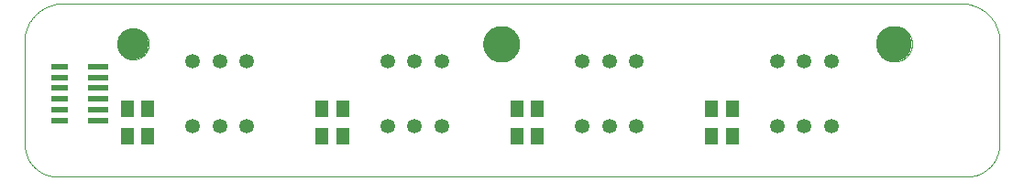
<source format=gbs>
G75*
%MOIN*%
%OFA0B0*%
%FSLAX25Y25*%
%IPPOS*%
%LPD*%
%AMOC8*
5,1,8,0,0,1.08239X$1,22.5*
%
%ADD10C,0.00000*%
%ADD11C,0.12992*%
%ADD12C,0.11417*%
%ADD13R,0.05118X0.05906*%
%ADD14R,0.07480X0.02362*%
%ADD15R,0.06496X0.02362*%
%ADD16C,0.05315*%
D10*
X0021079Y0005938D02*
X0351787Y0005938D01*
X0352072Y0005941D01*
X0352358Y0005952D01*
X0352643Y0005969D01*
X0352927Y0005993D01*
X0353211Y0006024D01*
X0353494Y0006062D01*
X0353775Y0006107D01*
X0354056Y0006158D01*
X0354336Y0006216D01*
X0354614Y0006281D01*
X0354890Y0006353D01*
X0355164Y0006431D01*
X0355437Y0006516D01*
X0355707Y0006608D01*
X0355975Y0006706D01*
X0356241Y0006810D01*
X0356504Y0006921D01*
X0356764Y0007038D01*
X0357022Y0007161D01*
X0357276Y0007291D01*
X0357527Y0007427D01*
X0357775Y0007568D01*
X0358019Y0007716D01*
X0358260Y0007869D01*
X0358496Y0008029D01*
X0358729Y0008194D01*
X0358958Y0008364D01*
X0359183Y0008540D01*
X0359403Y0008722D01*
X0359619Y0008908D01*
X0359830Y0009100D01*
X0360037Y0009297D01*
X0360239Y0009499D01*
X0360436Y0009706D01*
X0360628Y0009917D01*
X0360814Y0010133D01*
X0360996Y0010353D01*
X0361172Y0010578D01*
X0361342Y0010807D01*
X0361507Y0011040D01*
X0361667Y0011276D01*
X0361820Y0011517D01*
X0361968Y0011761D01*
X0362109Y0012009D01*
X0362245Y0012260D01*
X0362375Y0012514D01*
X0362498Y0012772D01*
X0362615Y0013032D01*
X0362726Y0013295D01*
X0362830Y0013561D01*
X0362928Y0013829D01*
X0363020Y0014099D01*
X0363105Y0014372D01*
X0363183Y0014646D01*
X0363255Y0014922D01*
X0363320Y0015200D01*
X0363378Y0015480D01*
X0363429Y0015761D01*
X0363474Y0016042D01*
X0363512Y0016325D01*
X0363543Y0016609D01*
X0363567Y0016893D01*
X0363584Y0017178D01*
X0363595Y0017464D01*
X0363598Y0017749D01*
X0363598Y0053182D01*
X0363598Y0053183D02*
X0363642Y0053516D01*
X0363677Y0053851D01*
X0363704Y0054186D01*
X0363724Y0054522D01*
X0363735Y0054858D01*
X0363738Y0055194D01*
X0363733Y0055530D01*
X0363720Y0055867D01*
X0363698Y0056202D01*
X0363669Y0056537D01*
X0363631Y0056872D01*
X0363586Y0057205D01*
X0363532Y0057537D01*
X0363470Y0057868D01*
X0363401Y0058197D01*
X0363323Y0058524D01*
X0363238Y0058849D01*
X0363144Y0059172D01*
X0363043Y0059493D01*
X0362935Y0059811D01*
X0362818Y0060127D01*
X0362694Y0060440D01*
X0362563Y0060749D01*
X0362424Y0061056D01*
X0362277Y0061358D01*
X0362124Y0061658D01*
X0361963Y0061953D01*
X0361795Y0062245D01*
X0361620Y0062532D01*
X0361438Y0062815D01*
X0361250Y0063093D01*
X0361054Y0063367D01*
X0360852Y0063636D01*
X0360644Y0063900D01*
X0360430Y0064159D01*
X0360209Y0064413D01*
X0359982Y0064662D01*
X0359749Y0064904D01*
X0359511Y0065142D01*
X0359266Y0065373D01*
X0359017Y0065598D01*
X0358762Y0065817D01*
X0358501Y0066030D01*
X0358236Y0066237D01*
X0357965Y0066437D01*
X0357690Y0066631D01*
X0357411Y0066817D01*
X0357127Y0066997D01*
X0356838Y0067171D01*
X0356546Y0067337D01*
X0356249Y0067496D01*
X0355949Y0067647D01*
X0355645Y0067792D01*
X0355338Y0067929D01*
X0355028Y0068059D01*
X0354714Y0068181D01*
X0354398Y0068295D01*
X0354079Y0068402D01*
X0353758Y0068501D01*
X0353434Y0068592D01*
X0353108Y0068676D01*
X0352780Y0068751D01*
X0352451Y0068819D01*
X0352120Y0068879D01*
X0351787Y0068930D01*
X0021079Y0068930D01*
X0020746Y0068879D01*
X0020415Y0068819D01*
X0020086Y0068751D01*
X0019758Y0068676D01*
X0019432Y0068592D01*
X0019108Y0068501D01*
X0018787Y0068402D01*
X0018468Y0068295D01*
X0018152Y0068181D01*
X0017838Y0068059D01*
X0017528Y0067929D01*
X0017221Y0067792D01*
X0016917Y0067647D01*
X0016617Y0067496D01*
X0016320Y0067337D01*
X0016028Y0067171D01*
X0015739Y0066997D01*
X0015455Y0066817D01*
X0015176Y0066631D01*
X0014901Y0066437D01*
X0014630Y0066237D01*
X0014365Y0066030D01*
X0014104Y0065817D01*
X0013849Y0065598D01*
X0013600Y0065373D01*
X0013355Y0065142D01*
X0013117Y0064904D01*
X0012884Y0064662D01*
X0012657Y0064413D01*
X0012436Y0064159D01*
X0012222Y0063900D01*
X0012014Y0063636D01*
X0011812Y0063367D01*
X0011616Y0063093D01*
X0011428Y0062815D01*
X0011246Y0062532D01*
X0011071Y0062245D01*
X0010903Y0061953D01*
X0010742Y0061658D01*
X0010589Y0061358D01*
X0010442Y0061056D01*
X0010303Y0060749D01*
X0010172Y0060440D01*
X0010048Y0060127D01*
X0009931Y0059811D01*
X0009823Y0059493D01*
X0009722Y0059172D01*
X0009628Y0058849D01*
X0009543Y0058524D01*
X0009465Y0058197D01*
X0009396Y0057868D01*
X0009334Y0057537D01*
X0009280Y0057205D01*
X0009235Y0056872D01*
X0009197Y0056537D01*
X0009168Y0056202D01*
X0009146Y0055867D01*
X0009133Y0055530D01*
X0009128Y0055194D01*
X0009131Y0054858D01*
X0009142Y0054522D01*
X0009162Y0054186D01*
X0009189Y0053851D01*
X0009224Y0053516D01*
X0009268Y0053183D01*
X0009268Y0053182D02*
X0009268Y0017749D01*
X0009271Y0017464D01*
X0009282Y0017178D01*
X0009299Y0016893D01*
X0009323Y0016609D01*
X0009354Y0016325D01*
X0009392Y0016042D01*
X0009437Y0015761D01*
X0009488Y0015480D01*
X0009546Y0015200D01*
X0009611Y0014922D01*
X0009683Y0014646D01*
X0009761Y0014372D01*
X0009846Y0014099D01*
X0009938Y0013829D01*
X0010036Y0013561D01*
X0010140Y0013295D01*
X0010251Y0013032D01*
X0010368Y0012772D01*
X0010491Y0012514D01*
X0010621Y0012260D01*
X0010757Y0012009D01*
X0010898Y0011761D01*
X0011046Y0011517D01*
X0011199Y0011276D01*
X0011359Y0011040D01*
X0011524Y0010807D01*
X0011694Y0010578D01*
X0011870Y0010353D01*
X0012052Y0010133D01*
X0012238Y0009917D01*
X0012430Y0009706D01*
X0012627Y0009499D01*
X0012829Y0009297D01*
X0013036Y0009100D01*
X0013247Y0008908D01*
X0013463Y0008722D01*
X0013683Y0008540D01*
X0013908Y0008364D01*
X0014137Y0008194D01*
X0014370Y0008029D01*
X0014606Y0007869D01*
X0014847Y0007716D01*
X0015091Y0007568D01*
X0015339Y0007427D01*
X0015590Y0007291D01*
X0015844Y0007161D01*
X0016102Y0007038D01*
X0016362Y0006921D01*
X0016625Y0006810D01*
X0016891Y0006706D01*
X0017159Y0006608D01*
X0017429Y0006516D01*
X0017702Y0006431D01*
X0017976Y0006353D01*
X0018252Y0006281D01*
X0018530Y0006216D01*
X0018810Y0006158D01*
X0019091Y0006107D01*
X0019372Y0006062D01*
X0019655Y0006024D01*
X0019939Y0005993D01*
X0020223Y0005969D01*
X0020508Y0005952D01*
X0020794Y0005941D01*
X0021079Y0005938D01*
X0042929Y0054363D02*
X0042931Y0054514D01*
X0042937Y0054664D01*
X0042947Y0054815D01*
X0042961Y0054965D01*
X0042979Y0055114D01*
X0043000Y0055264D01*
X0043026Y0055412D01*
X0043056Y0055560D01*
X0043089Y0055707D01*
X0043127Y0055853D01*
X0043168Y0055998D01*
X0043213Y0056142D01*
X0043262Y0056284D01*
X0043315Y0056425D01*
X0043371Y0056565D01*
X0043431Y0056703D01*
X0043494Y0056840D01*
X0043562Y0056975D01*
X0043632Y0057108D01*
X0043706Y0057239D01*
X0043784Y0057368D01*
X0043865Y0057495D01*
X0043949Y0057620D01*
X0044037Y0057743D01*
X0044128Y0057863D01*
X0044222Y0057981D01*
X0044319Y0058096D01*
X0044419Y0058209D01*
X0044522Y0058319D01*
X0044628Y0058426D01*
X0044737Y0058531D01*
X0044848Y0058632D01*
X0044962Y0058731D01*
X0045078Y0058826D01*
X0045198Y0058919D01*
X0045319Y0059008D01*
X0045443Y0059094D01*
X0045569Y0059177D01*
X0045697Y0059256D01*
X0045827Y0059332D01*
X0045959Y0059405D01*
X0046093Y0059473D01*
X0046229Y0059539D01*
X0046367Y0059601D01*
X0046506Y0059659D01*
X0046646Y0059713D01*
X0046788Y0059764D01*
X0046931Y0059811D01*
X0047076Y0059854D01*
X0047221Y0059893D01*
X0047368Y0059929D01*
X0047515Y0059960D01*
X0047663Y0059988D01*
X0047812Y0060012D01*
X0047961Y0060032D01*
X0048111Y0060048D01*
X0048261Y0060060D01*
X0048412Y0060068D01*
X0048563Y0060072D01*
X0048713Y0060072D01*
X0048864Y0060068D01*
X0049015Y0060060D01*
X0049165Y0060048D01*
X0049315Y0060032D01*
X0049464Y0060012D01*
X0049613Y0059988D01*
X0049761Y0059960D01*
X0049908Y0059929D01*
X0050055Y0059893D01*
X0050200Y0059854D01*
X0050345Y0059811D01*
X0050488Y0059764D01*
X0050630Y0059713D01*
X0050770Y0059659D01*
X0050909Y0059601D01*
X0051047Y0059539D01*
X0051183Y0059473D01*
X0051317Y0059405D01*
X0051449Y0059332D01*
X0051579Y0059256D01*
X0051707Y0059177D01*
X0051833Y0059094D01*
X0051957Y0059008D01*
X0052078Y0058919D01*
X0052198Y0058826D01*
X0052314Y0058731D01*
X0052428Y0058632D01*
X0052539Y0058531D01*
X0052648Y0058426D01*
X0052754Y0058319D01*
X0052857Y0058209D01*
X0052957Y0058096D01*
X0053054Y0057981D01*
X0053148Y0057863D01*
X0053239Y0057743D01*
X0053327Y0057620D01*
X0053411Y0057495D01*
X0053492Y0057368D01*
X0053570Y0057239D01*
X0053644Y0057108D01*
X0053714Y0056975D01*
X0053782Y0056840D01*
X0053845Y0056703D01*
X0053905Y0056565D01*
X0053961Y0056425D01*
X0054014Y0056284D01*
X0054063Y0056142D01*
X0054108Y0055998D01*
X0054149Y0055853D01*
X0054187Y0055707D01*
X0054220Y0055560D01*
X0054250Y0055412D01*
X0054276Y0055264D01*
X0054297Y0055114D01*
X0054315Y0054965D01*
X0054329Y0054815D01*
X0054339Y0054664D01*
X0054345Y0054514D01*
X0054347Y0054363D01*
X0054345Y0054212D01*
X0054339Y0054062D01*
X0054329Y0053911D01*
X0054315Y0053761D01*
X0054297Y0053612D01*
X0054276Y0053462D01*
X0054250Y0053314D01*
X0054220Y0053166D01*
X0054187Y0053019D01*
X0054149Y0052873D01*
X0054108Y0052728D01*
X0054063Y0052584D01*
X0054014Y0052442D01*
X0053961Y0052301D01*
X0053905Y0052161D01*
X0053845Y0052023D01*
X0053782Y0051886D01*
X0053714Y0051751D01*
X0053644Y0051618D01*
X0053570Y0051487D01*
X0053492Y0051358D01*
X0053411Y0051231D01*
X0053327Y0051106D01*
X0053239Y0050983D01*
X0053148Y0050863D01*
X0053054Y0050745D01*
X0052957Y0050630D01*
X0052857Y0050517D01*
X0052754Y0050407D01*
X0052648Y0050300D01*
X0052539Y0050195D01*
X0052428Y0050094D01*
X0052314Y0049995D01*
X0052198Y0049900D01*
X0052078Y0049807D01*
X0051957Y0049718D01*
X0051833Y0049632D01*
X0051707Y0049549D01*
X0051579Y0049470D01*
X0051449Y0049394D01*
X0051317Y0049321D01*
X0051183Y0049253D01*
X0051047Y0049187D01*
X0050909Y0049125D01*
X0050770Y0049067D01*
X0050630Y0049013D01*
X0050488Y0048962D01*
X0050345Y0048915D01*
X0050200Y0048872D01*
X0050055Y0048833D01*
X0049908Y0048797D01*
X0049761Y0048766D01*
X0049613Y0048738D01*
X0049464Y0048714D01*
X0049315Y0048694D01*
X0049165Y0048678D01*
X0049015Y0048666D01*
X0048864Y0048658D01*
X0048713Y0048654D01*
X0048563Y0048654D01*
X0048412Y0048658D01*
X0048261Y0048666D01*
X0048111Y0048678D01*
X0047961Y0048694D01*
X0047812Y0048714D01*
X0047663Y0048738D01*
X0047515Y0048766D01*
X0047368Y0048797D01*
X0047221Y0048833D01*
X0047076Y0048872D01*
X0046931Y0048915D01*
X0046788Y0048962D01*
X0046646Y0049013D01*
X0046506Y0049067D01*
X0046367Y0049125D01*
X0046229Y0049187D01*
X0046093Y0049253D01*
X0045959Y0049321D01*
X0045827Y0049394D01*
X0045697Y0049470D01*
X0045569Y0049549D01*
X0045443Y0049632D01*
X0045319Y0049718D01*
X0045198Y0049807D01*
X0045078Y0049900D01*
X0044962Y0049995D01*
X0044848Y0050094D01*
X0044737Y0050195D01*
X0044628Y0050300D01*
X0044522Y0050407D01*
X0044419Y0050517D01*
X0044319Y0050630D01*
X0044222Y0050745D01*
X0044128Y0050863D01*
X0044037Y0050983D01*
X0043949Y0051106D01*
X0043865Y0051231D01*
X0043784Y0051358D01*
X0043706Y0051487D01*
X0043632Y0051618D01*
X0043562Y0051751D01*
X0043494Y0051886D01*
X0043431Y0052023D01*
X0043371Y0052161D01*
X0043315Y0052301D01*
X0043262Y0052442D01*
X0043213Y0052584D01*
X0043168Y0052728D01*
X0043127Y0052873D01*
X0043089Y0053019D01*
X0043056Y0053166D01*
X0043026Y0053314D01*
X0043000Y0053462D01*
X0042979Y0053612D01*
X0042961Y0053761D01*
X0042947Y0053911D01*
X0042937Y0054062D01*
X0042931Y0054212D01*
X0042929Y0054363D01*
X0176000Y0054363D02*
X0176002Y0054524D01*
X0176008Y0054684D01*
X0176018Y0054845D01*
X0176032Y0055005D01*
X0176050Y0055164D01*
X0176071Y0055324D01*
X0176097Y0055482D01*
X0176127Y0055640D01*
X0176160Y0055797D01*
X0176198Y0055954D01*
X0176239Y0056109D01*
X0176284Y0056263D01*
X0176333Y0056416D01*
X0176386Y0056568D01*
X0176442Y0056718D01*
X0176502Y0056867D01*
X0176566Y0057015D01*
X0176633Y0057161D01*
X0176704Y0057305D01*
X0176779Y0057447D01*
X0176857Y0057588D01*
X0176938Y0057726D01*
X0177023Y0057863D01*
X0177112Y0057997D01*
X0177203Y0058129D01*
X0177298Y0058259D01*
X0177396Y0058386D01*
X0177497Y0058511D01*
X0177601Y0058634D01*
X0177708Y0058753D01*
X0177818Y0058870D01*
X0177931Y0058985D01*
X0178047Y0059096D01*
X0178165Y0059205D01*
X0178286Y0059310D01*
X0178410Y0059413D01*
X0178536Y0059513D01*
X0178665Y0059609D01*
X0178796Y0059702D01*
X0178929Y0059792D01*
X0179064Y0059879D01*
X0179202Y0059962D01*
X0179341Y0060041D01*
X0179483Y0060118D01*
X0179626Y0060191D01*
X0179771Y0060260D01*
X0179918Y0060325D01*
X0180066Y0060387D01*
X0180216Y0060446D01*
X0180367Y0060500D01*
X0180519Y0060551D01*
X0180673Y0060598D01*
X0180828Y0060641D01*
X0180983Y0060680D01*
X0181140Y0060716D01*
X0181298Y0060748D01*
X0181456Y0060775D01*
X0181615Y0060799D01*
X0181774Y0060819D01*
X0181934Y0060835D01*
X0182095Y0060847D01*
X0182255Y0060855D01*
X0182416Y0060859D01*
X0182576Y0060859D01*
X0182737Y0060855D01*
X0182897Y0060847D01*
X0183058Y0060835D01*
X0183218Y0060819D01*
X0183377Y0060799D01*
X0183536Y0060775D01*
X0183694Y0060748D01*
X0183852Y0060716D01*
X0184009Y0060680D01*
X0184164Y0060641D01*
X0184319Y0060598D01*
X0184473Y0060551D01*
X0184625Y0060500D01*
X0184776Y0060446D01*
X0184926Y0060387D01*
X0185074Y0060325D01*
X0185221Y0060260D01*
X0185366Y0060191D01*
X0185509Y0060118D01*
X0185651Y0060041D01*
X0185790Y0059962D01*
X0185928Y0059879D01*
X0186063Y0059792D01*
X0186196Y0059702D01*
X0186327Y0059609D01*
X0186456Y0059513D01*
X0186582Y0059413D01*
X0186706Y0059310D01*
X0186827Y0059205D01*
X0186945Y0059096D01*
X0187061Y0058985D01*
X0187174Y0058870D01*
X0187284Y0058753D01*
X0187391Y0058634D01*
X0187495Y0058511D01*
X0187596Y0058386D01*
X0187694Y0058259D01*
X0187789Y0058129D01*
X0187880Y0057997D01*
X0187969Y0057863D01*
X0188054Y0057726D01*
X0188135Y0057588D01*
X0188213Y0057447D01*
X0188288Y0057305D01*
X0188359Y0057161D01*
X0188426Y0057015D01*
X0188490Y0056867D01*
X0188550Y0056718D01*
X0188606Y0056568D01*
X0188659Y0056416D01*
X0188708Y0056263D01*
X0188753Y0056109D01*
X0188794Y0055954D01*
X0188832Y0055797D01*
X0188865Y0055640D01*
X0188895Y0055482D01*
X0188921Y0055324D01*
X0188942Y0055164D01*
X0188960Y0055005D01*
X0188974Y0054845D01*
X0188984Y0054684D01*
X0188990Y0054524D01*
X0188992Y0054363D01*
X0188990Y0054202D01*
X0188984Y0054042D01*
X0188974Y0053881D01*
X0188960Y0053721D01*
X0188942Y0053562D01*
X0188921Y0053402D01*
X0188895Y0053244D01*
X0188865Y0053086D01*
X0188832Y0052929D01*
X0188794Y0052772D01*
X0188753Y0052617D01*
X0188708Y0052463D01*
X0188659Y0052310D01*
X0188606Y0052158D01*
X0188550Y0052008D01*
X0188490Y0051859D01*
X0188426Y0051711D01*
X0188359Y0051565D01*
X0188288Y0051421D01*
X0188213Y0051279D01*
X0188135Y0051138D01*
X0188054Y0051000D01*
X0187969Y0050863D01*
X0187880Y0050729D01*
X0187789Y0050597D01*
X0187694Y0050467D01*
X0187596Y0050340D01*
X0187495Y0050215D01*
X0187391Y0050092D01*
X0187284Y0049973D01*
X0187174Y0049856D01*
X0187061Y0049741D01*
X0186945Y0049630D01*
X0186827Y0049521D01*
X0186706Y0049416D01*
X0186582Y0049313D01*
X0186456Y0049213D01*
X0186327Y0049117D01*
X0186196Y0049024D01*
X0186063Y0048934D01*
X0185928Y0048847D01*
X0185790Y0048764D01*
X0185651Y0048685D01*
X0185509Y0048608D01*
X0185366Y0048535D01*
X0185221Y0048466D01*
X0185074Y0048401D01*
X0184926Y0048339D01*
X0184776Y0048280D01*
X0184625Y0048226D01*
X0184473Y0048175D01*
X0184319Y0048128D01*
X0184164Y0048085D01*
X0184009Y0048046D01*
X0183852Y0048010D01*
X0183694Y0047978D01*
X0183536Y0047951D01*
X0183377Y0047927D01*
X0183218Y0047907D01*
X0183058Y0047891D01*
X0182897Y0047879D01*
X0182737Y0047871D01*
X0182576Y0047867D01*
X0182416Y0047867D01*
X0182255Y0047871D01*
X0182095Y0047879D01*
X0181934Y0047891D01*
X0181774Y0047907D01*
X0181615Y0047927D01*
X0181456Y0047951D01*
X0181298Y0047978D01*
X0181140Y0048010D01*
X0180983Y0048046D01*
X0180828Y0048085D01*
X0180673Y0048128D01*
X0180519Y0048175D01*
X0180367Y0048226D01*
X0180216Y0048280D01*
X0180066Y0048339D01*
X0179918Y0048401D01*
X0179771Y0048466D01*
X0179626Y0048535D01*
X0179483Y0048608D01*
X0179341Y0048685D01*
X0179202Y0048764D01*
X0179064Y0048847D01*
X0178929Y0048934D01*
X0178796Y0049024D01*
X0178665Y0049117D01*
X0178536Y0049213D01*
X0178410Y0049313D01*
X0178286Y0049416D01*
X0178165Y0049521D01*
X0178047Y0049630D01*
X0177931Y0049741D01*
X0177818Y0049856D01*
X0177708Y0049973D01*
X0177601Y0050092D01*
X0177497Y0050215D01*
X0177396Y0050340D01*
X0177298Y0050467D01*
X0177203Y0050597D01*
X0177112Y0050729D01*
X0177023Y0050863D01*
X0176938Y0051000D01*
X0176857Y0051138D01*
X0176779Y0051279D01*
X0176704Y0051421D01*
X0176633Y0051565D01*
X0176566Y0051711D01*
X0176502Y0051859D01*
X0176442Y0052008D01*
X0176386Y0052158D01*
X0176333Y0052310D01*
X0176284Y0052463D01*
X0176239Y0052617D01*
X0176198Y0052772D01*
X0176160Y0052929D01*
X0176127Y0053086D01*
X0176097Y0053244D01*
X0176071Y0053402D01*
X0176050Y0053562D01*
X0176032Y0053721D01*
X0176018Y0053881D01*
X0176008Y0054042D01*
X0176002Y0054202D01*
X0176000Y0054363D01*
X0318913Y0054363D02*
X0318915Y0054524D01*
X0318921Y0054684D01*
X0318931Y0054845D01*
X0318945Y0055005D01*
X0318963Y0055164D01*
X0318984Y0055324D01*
X0319010Y0055482D01*
X0319040Y0055640D01*
X0319073Y0055797D01*
X0319111Y0055954D01*
X0319152Y0056109D01*
X0319197Y0056263D01*
X0319246Y0056416D01*
X0319299Y0056568D01*
X0319355Y0056718D01*
X0319415Y0056867D01*
X0319479Y0057015D01*
X0319546Y0057161D01*
X0319617Y0057305D01*
X0319692Y0057447D01*
X0319770Y0057588D01*
X0319851Y0057726D01*
X0319936Y0057863D01*
X0320025Y0057997D01*
X0320116Y0058129D01*
X0320211Y0058259D01*
X0320309Y0058386D01*
X0320410Y0058511D01*
X0320514Y0058634D01*
X0320621Y0058753D01*
X0320731Y0058870D01*
X0320844Y0058985D01*
X0320960Y0059096D01*
X0321078Y0059205D01*
X0321199Y0059310D01*
X0321323Y0059413D01*
X0321449Y0059513D01*
X0321578Y0059609D01*
X0321709Y0059702D01*
X0321842Y0059792D01*
X0321977Y0059879D01*
X0322115Y0059962D01*
X0322254Y0060041D01*
X0322396Y0060118D01*
X0322539Y0060191D01*
X0322684Y0060260D01*
X0322831Y0060325D01*
X0322979Y0060387D01*
X0323129Y0060446D01*
X0323280Y0060500D01*
X0323432Y0060551D01*
X0323586Y0060598D01*
X0323741Y0060641D01*
X0323896Y0060680D01*
X0324053Y0060716D01*
X0324211Y0060748D01*
X0324369Y0060775D01*
X0324528Y0060799D01*
X0324687Y0060819D01*
X0324847Y0060835D01*
X0325008Y0060847D01*
X0325168Y0060855D01*
X0325329Y0060859D01*
X0325489Y0060859D01*
X0325650Y0060855D01*
X0325810Y0060847D01*
X0325971Y0060835D01*
X0326131Y0060819D01*
X0326290Y0060799D01*
X0326449Y0060775D01*
X0326607Y0060748D01*
X0326765Y0060716D01*
X0326922Y0060680D01*
X0327077Y0060641D01*
X0327232Y0060598D01*
X0327386Y0060551D01*
X0327538Y0060500D01*
X0327689Y0060446D01*
X0327839Y0060387D01*
X0327987Y0060325D01*
X0328134Y0060260D01*
X0328279Y0060191D01*
X0328422Y0060118D01*
X0328564Y0060041D01*
X0328703Y0059962D01*
X0328841Y0059879D01*
X0328976Y0059792D01*
X0329109Y0059702D01*
X0329240Y0059609D01*
X0329369Y0059513D01*
X0329495Y0059413D01*
X0329619Y0059310D01*
X0329740Y0059205D01*
X0329858Y0059096D01*
X0329974Y0058985D01*
X0330087Y0058870D01*
X0330197Y0058753D01*
X0330304Y0058634D01*
X0330408Y0058511D01*
X0330509Y0058386D01*
X0330607Y0058259D01*
X0330702Y0058129D01*
X0330793Y0057997D01*
X0330882Y0057863D01*
X0330967Y0057726D01*
X0331048Y0057588D01*
X0331126Y0057447D01*
X0331201Y0057305D01*
X0331272Y0057161D01*
X0331339Y0057015D01*
X0331403Y0056867D01*
X0331463Y0056718D01*
X0331519Y0056568D01*
X0331572Y0056416D01*
X0331621Y0056263D01*
X0331666Y0056109D01*
X0331707Y0055954D01*
X0331745Y0055797D01*
X0331778Y0055640D01*
X0331808Y0055482D01*
X0331834Y0055324D01*
X0331855Y0055164D01*
X0331873Y0055005D01*
X0331887Y0054845D01*
X0331897Y0054684D01*
X0331903Y0054524D01*
X0331905Y0054363D01*
X0331903Y0054202D01*
X0331897Y0054042D01*
X0331887Y0053881D01*
X0331873Y0053721D01*
X0331855Y0053562D01*
X0331834Y0053402D01*
X0331808Y0053244D01*
X0331778Y0053086D01*
X0331745Y0052929D01*
X0331707Y0052772D01*
X0331666Y0052617D01*
X0331621Y0052463D01*
X0331572Y0052310D01*
X0331519Y0052158D01*
X0331463Y0052008D01*
X0331403Y0051859D01*
X0331339Y0051711D01*
X0331272Y0051565D01*
X0331201Y0051421D01*
X0331126Y0051279D01*
X0331048Y0051138D01*
X0330967Y0051000D01*
X0330882Y0050863D01*
X0330793Y0050729D01*
X0330702Y0050597D01*
X0330607Y0050467D01*
X0330509Y0050340D01*
X0330408Y0050215D01*
X0330304Y0050092D01*
X0330197Y0049973D01*
X0330087Y0049856D01*
X0329974Y0049741D01*
X0329858Y0049630D01*
X0329740Y0049521D01*
X0329619Y0049416D01*
X0329495Y0049313D01*
X0329369Y0049213D01*
X0329240Y0049117D01*
X0329109Y0049024D01*
X0328976Y0048934D01*
X0328841Y0048847D01*
X0328703Y0048764D01*
X0328564Y0048685D01*
X0328422Y0048608D01*
X0328279Y0048535D01*
X0328134Y0048466D01*
X0327987Y0048401D01*
X0327839Y0048339D01*
X0327689Y0048280D01*
X0327538Y0048226D01*
X0327386Y0048175D01*
X0327232Y0048128D01*
X0327077Y0048085D01*
X0326922Y0048046D01*
X0326765Y0048010D01*
X0326607Y0047978D01*
X0326449Y0047951D01*
X0326290Y0047927D01*
X0326131Y0047907D01*
X0325971Y0047891D01*
X0325810Y0047879D01*
X0325650Y0047871D01*
X0325489Y0047867D01*
X0325329Y0047867D01*
X0325168Y0047871D01*
X0325008Y0047879D01*
X0324847Y0047891D01*
X0324687Y0047907D01*
X0324528Y0047927D01*
X0324369Y0047951D01*
X0324211Y0047978D01*
X0324053Y0048010D01*
X0323896Y0048046D01*
X0323741Y0048085D01*
X0323586Y0048128D01*
X0323432Y0048175D01*
X0323280Y0048226D01*
X0323129Y0048280D01*
X0322979Y0048339D01*
X0322831Y0048401D01*
X0322684Y0048466D01*
X0322539Y0048535D01*
X0322396Y0048608D01*
X0322254Y0048685D01*
X0322115Y0048764D01*
X0321977Y0048847D01*
X0321842Y0048934D01*
X0321709Y0049024D01*
X0321578Y0049117D01*
X0321449Y0049213D01*
X0321323Y0049313D01*
X0321199Y0049416D01*
X0321078Y0049521D01*
X0320960Y0049630D01*
X0320844Y0049741D01*
X0320731Y0049856D01*
X0320621Y0049973D01*
X0320514Y0050092D01*
X0320410Y0050215D01*
X0320309Y0050340D01*
X0320211Y0050467D01*
X0320116Y0050597D01*
X0320025Y0050729D01*
X0319936Y0050863D01*
X0319851Y0051000D01*
X0319770Y0051138D01*
X0319692Y0051279D01*
X0319617Y0051421D01*
X0319546Y0051565D01*
X0319479Y0051711D01*
X0319415Y0051859D01*
X0319355Y0052008D01*
X0319299Y0052158D01*
X0319246Y0052310D01*
X0319197Y0052463D01*
X0319152Y0052617D01*
X0319111Y0052772D01*
X0319073Y0052929D01*
X0319040Y0053086D01*
X0319010Y0053244D01*
X0318984Y0053402D01*
X0318963Y0053562D01*
X0318945Y0053721D01*
X0318931Y0053881D01*
X0318921Y0054042D01*
X0318915Y0054202D01*
X0318913Y0054363D01*
D11*
X0325409Y0054363D03*
X0182496Y0054363D03*
D12*
X0048638Y0054363D03*
D13*
X0046433Y0030663D03*
X0053913Y0030663D03*
X0053913Y0020584D03*
X0046433Y0020584D03*
X0117299Y0020584D03*
X0124780Y0020584D03*
X0124780Y0030663D03*
X0117299Y0030663D03*
X0188165Y0030663D03*
X0195646Y0030663D03*
X0195646Y0020584D03*
X0188165Y0020584D03*
X0259031Y0020584D03*
X0266512Y0020584D03*
X0266512Y0030663D03*
X0259031Y0030663D03*
D14*
X0035941Y0030348D03*
X0035941Y0034285D03*
X0035941Y0038222D03*
X0035941Y0042159D03*
X0035941Y0046096D03*
X0035941Y0026411D03*
D15*
X0021965Y0026411D03*
X0021965Y0030348D03*
X0021965Y0034285D03*
X0021965Y0038222D03*
X0021965Y0042159D03*
X0021965Y0046096D03*
D16*
X0070291Y0048064D03*
X0080134Y0048064D03*
X0089976Y0048064D03*
X0141157Y0048064D03*
X0151000Y0048064D03*
X0160843Y0048064D03*
X0212024Y0048064D03*
X0221866Y0048064D03*
X0231709Y0048064D03*
X0282890Y0048064D03*
X0292732Y0048064D03*
X0302575Y0048064D03*
X0302575Y0024442D03*
X0292732Y0024442D03*
X0282890Y0024442D03*
X0231709Y0024442D03*
X0221866Y0024442D03*
X0212024Y0024442D03*
X0160843Y0024442D03*
X0151000Y0024442D03*
X0141157Y0024442D03*
X0089976Y0024442D03*
X0080134Y0024442D03*
X0070291Y0024442D03*
M02*

</source>
